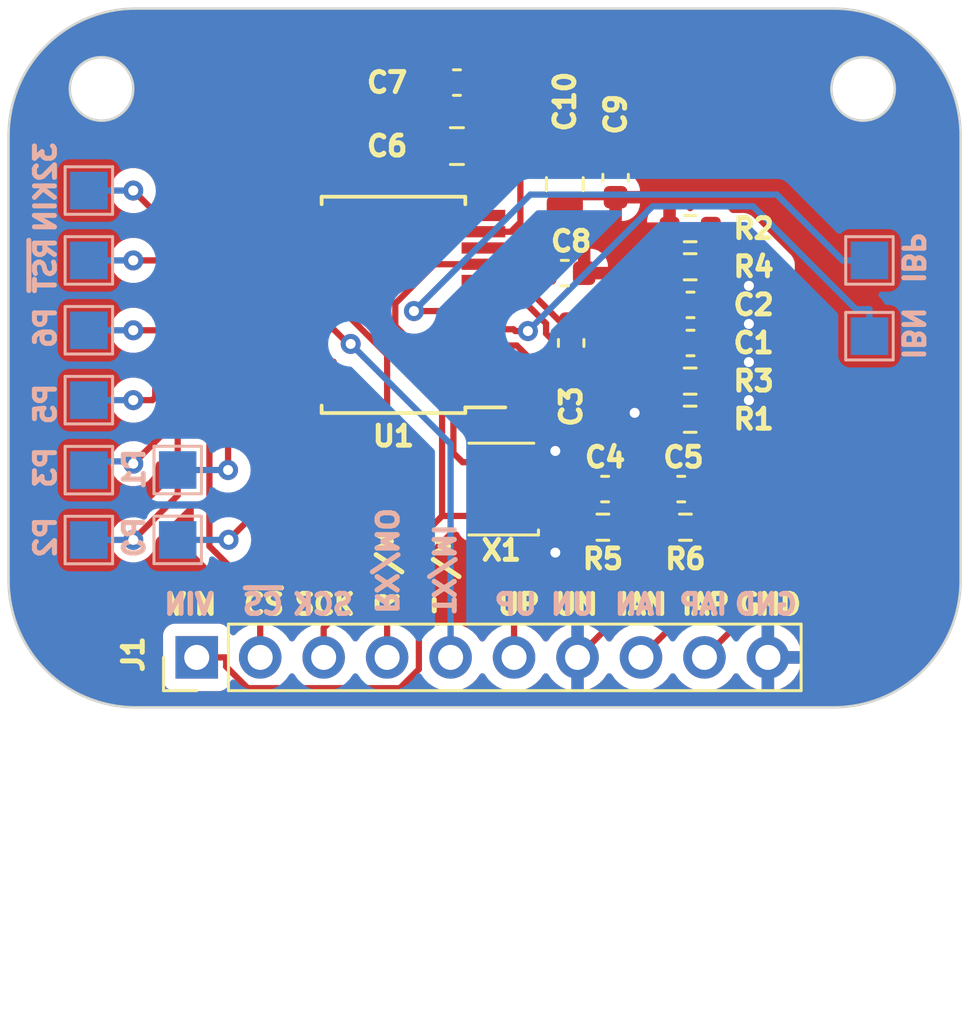
<source format=kicad_pcb>
(kicad_pcb (version 20221018) (generator pcbnew)
  (layers (0 "F.Cu" signal) (31 "B.Cu" signal) (34 "B.Paste" user) (35 "F.Paste" user) (36 "B.SilkS" user "B.Silkscreen") (37 "F.SilkS" user "F.Silkscreen") (38 "B.Mask" user) (39 "F.Mask" user) (44 "Edge.Cuts" user))
  (net 0 "")
  (net 1 "IAN")
  (net 3 "IAP")
  (net 4 "UP")
  (net 5 "UN")
  (net 6 "Net-(U1-VREF)")
  (net 7 "Net-(U1-DVCC)")
  (net 8 "IBP")
  (net 9 "IBN")
  (net 10 "P0")
  (net 11 "P1")
  (net 12 "P2")
  (net 13 "~{RST}")
  (net 14 "32KIN")
  (net 15 "P3")
  (net 16 "P5")
  (net 17 "P6")
  (net 18 "Net-(U1-CTI)")
  (net 20 "VIN")
  (net 21 "CS")
  (net 22 "SCK")
  (net 23 "RX{slash}MOSI")
  (net 24 "TX{slash}MISO")
  (net 25 "UP_IN")
  (net 26 "IAN_IN")
  (net 27 "IAP_IN")
  (net 28 "GND")
  (footprint "Capacitor_SMD:C_0603_1608Metric" (layer "F.Cu") (at 154.382 93.726)
    (fp_text reference "C1" (at 2.527 0) (layer "F.SilkS") (effects (font (size 0.8 0.8) (thickness 0.2))))
    (fp_text value "33n")
    (fp_line (start -0.14058 -0.51) (end 0.14058 -0.51) (stroke (width 0.12)) (layer "F.SilkS"))
    (fp_line (start -0.14058 0.51) (end 0.14058 0.51) (stroke (width 0.12)) (layer "F.SilkS"))
    (pad "1" smd roundrect (at -0.775 0) (size 0.9 0.95) (layers "F.Cu" "F.Paste" "F.Mask") (net 1 "IAN"))
    (pad "2" smd roundrect (at 0.775 0) (size 0.9 0.95) (layers "F.Cu" "F.Paste" "F.Mask") (net 28 "GND"))
  )
  (footprint "Resistor_SMD:R_0603_1608Metric" (layer "F.Cu") (at 154.369 96.774 180)
    (fp_text reference "R1" (at -2.54 0) (layer "F.SilkS") (effects (font (size 0.8 0.8) (thickness 0.2))))
    (fp_text value "2R2")
    (fp_line (start -0.237258 -0.5225) (end 0.237258 -0.5225) (stroke (width 0.12)) (layer "F.SilkS"))
    (fp_line (start -0.237258 0.5225) (end 0.237258 0.5225) (stroke (width 0.12)) (layer "F.SilkS"))
    (pad "1" smd roundrect (at -0.825 0 180) (size 0.8 0.95) (layers "F.Cu" "F.Paste" "F.Mask") (net 26 "IAN_IN"))
    (pad "2" smd roundrect (at 0.825 0 180) (size 0.8 0.95) (layers "F.Cu" "F.Paste" "F.Mask") (net 28 "GND"))
  )
  (footprint "Resistor_SMD:R_0603_1608Metric" (layer "F.Cu") (at 154.369 95.25 180)
    (fp_text reference "R3" (at -2.54 0) (layer "F.SilkS") (effects (font (size 0.8 0.8) (thickness 0.2))))
    (fp_text value "1k")
    (fp_line (start -0.237258 -0.5225) (end 0.237258 -0.5225) (stroke (width 0.12)) (layer "F.SilkS"))
    (fp_line (start -0.237258 0.5225) (end 0.237258 0.5225) (stroke (width 0.12)) (layer "F.SilkS"))
    (pad "1" smd roundrect (at -0.825 0 180) (size 0.8 0.95) (layers "F.Cu" "F.Paste" "F.Mask") (net 26 "IAN_IN"))
    (pad "2" smd roundrect (at 0.825 0 180) (size 0.8 0.95) (layers "F.Cu" "F.Paste" "F.Mask") (net 1 "IAN"))
  )
  (footprint "Oscillator:Oscillator_SMD_EuroQuartz_XO32-4Pin_3.2x2.5mm" (layer "F.Cu") (at 146.812 99.568 180)
    (fp_text reference "X1" (at 0 -2.45) (layer "F.SilkS") (effects (font (size 0.8 0.8) (thickness 0.2))))
    (fp_text value "XO32")
    (fp_line (start -1.485 -1.835) (end 1.3 -1.835) (stroke (width 0.12)) (layer "F.SilkS"))
    (fp_line (start -1.485 -1.635) (end -1.485 -1.835) (stroke (width 0.12)) (layer "F.SilkS"))
    (fp_line (start 1.3 1.835) (end -1.3 1.835) (stroke (width 0.12)) (layer "F.SilkS"))
    (pad "1" smd rect (at -0.775 -1.075 90) (size 1 0.9) (layers "F.Cu" "F.Paste" "F.Mask"))
    (pad "2" smd rect (at -0.775 1.075 90) (size 1 0.9) (layers "F.Cu" "F.Paste" "F.Mask") (net 28 "GND"))
    (pad "3" smd rect (at 0.775 1.075 90) (size 1 0.9) (layers "F.Cu" "F.Paste" "F.Mask") (net 18 "Net-(U1-CTI)"))
    (pad "4" smd rect (at 0.775 -1.075 90) (size 1 0.9) (layers "F.Cu" "F.Paste" "F.Mask") (net 20 "VIN"))
  )
  (footprint "Capacitor_SMD:C_0603_1608Metric" (layer "F.Cu") (at 149.606 93.726 90)
    (fp_text reference "C3" (at -2.54 0 90) (layer "F.SilkS") (effects (font (size 0.8 0.8) (thickness 0.2))))
    (fp_text value "100p")
    (fp_line (start -0.14058 -0.51) (end 0.14058 -0.51) (stroke (width 0.12)) (layer "F.SilkS"))
    (fp_line (start -0.14058 0.51) (end 0.14058 0.51) (stroke (width 0.12)) (layer "F.SilkS"))
    (pad "1" smd roundrect (at -0.775 0 90) (size 0.9 0.95) (layers "F.Cu" "F.Paste" "F.Mask") (net 1 "IAN"))
    (pad "2" smd roundrect (at 0.775 0 90) (size 0.9 0.95) (layers "F.Cu" "F.Paste" "F.Mask") (net 3 "IAP"))
  )
  (footprint "Capacitor_SMD:C_0805_2012Metric" (layer "F.Cu") (at 149.352 87.376 90)
    (fp_text reference "C10" (at 3.302 0 90) (layer "F.SilkS") (effects (font (size 0.8 0.8) (thickness 0.2))))
    (fp_text value "4.7u")
    (fp_line (start -0.261252 -0.735) (end 0.261252 -0.735) (stroke (width 0.12)) (layer "F.SilkS"))
    (fp_line (start -0.261252 0.735) (end 0.261252 0.735) (stroke (width 0.12)) (layer "F.SilkS"))
    (pad "1" smd roundrect (at -0.95 0 90) (size 1 1.45) (layers "F.Cu" "F.Paste" "F.Mask") (net 28 "GND"))
    (pad "2" smd roundrect (at 0.95 0 90) (size 1 1.45) (layers "F.Cu" "F.Paste" "F.Mask") (net 7 "Net-(U1-DVCC)"))
  )
  (footprint "Resistor_SMD:R_0603_1608Metric" (layer "F.Cu") (at 154.178 101.092 180)
    (fp_text reference "R6" (at 0 -1.27) (layer "F.SilkS") (effects (font (size 0.8 0.8) (thickness 0.2))))
    (fp_text value "1k")
    (fp_line (start -0.237258 -0.5225) (end 0.237258 -0.5225) (stroke (width 0.12)) (layer "F.SilkS"))
    (fp_line (start -0.237258 0.5225) (end 0.237258 0.5225) (stroke (width 0.12)) (layer "F.SilkS"))
    (pad "1" smd roundrect (at -0.825 0 180) (size 0.8 0.95) (layers "F.Cu" "F.Paste" "F.Mask") (net 28 "GND"))
    (pad "2" smd roundrect (at 0.825 0 180) (size 0.8 0.95) (layers "F.Cu" "F.Paste" "F.Mask") (net 5 "UN"))
  )
  (footprint "Connector_PinHeader_2.54mm:PinHeader_1x10_P2.54mm_Vertical" (layer "F.Cu") (at 134.62 106.299 90)
    (fp_text reference "J1" (at 0.127 -2.54 90) (layer "F.SilkS") (effects (font (size 0.8 0.8) (thickness 0.2))))
    (fp_text value "Conn_01x10")
    (fp_line (start -1.33 -1.33) (end 0 -1.33) (stroke (width 0.12)) (layer "F.SilkS"))
    (fp_line (start -1.33 0) (end -1.33 -1.33) (stroke (width 0.12)) (layer "F.SilkS"))
    (fp_line (start -1.33 1.27) (end -1.33 24.19) (stroke (width 0.12)) (layer "F.SilkS"))
    (fp_line (start -1.33 1.27) (end 1.33 1.27) (stroke (width 0.12)) (layer "F.SilkS"))
    (fp_line (start -1.33 24.19) (end 1.33 24.19) (stroke (width 0.12)) (layer "F.SilkS"))
    (fp_line (start 1.33 1.27) (end 1.33 24.19) (stroke (width 0.12)) (layer "F.SilkS"))
    (pad "1" thru_hole rect (at 0 0 90) (size 1.7 1.7) (drill 1) (layers "*.Cu" "*.Mask") (net 20 "VIN"))
    (pad "2" thru_hole oval (at 0 2.54 90) (size 1.7 1.7) (drill 1) (layers "*.Cu" "*.Mask") (net 21 "CS"))
    (pad "3" thru_hole oval (at 0 5.08 90) (size 1.7 1.7) (drill 1) (layers "*.Cu" "*.Mask") (net 22 "SCK"))
    (pad "4" thru_hole oval (at 0 7.62 90) (size 1.7 1.7) (drill 1) (layers "*.Cu" "*.Mask") (net 23 "RX{slash}MOSI"))
    (pad "5" thru_hole oval (at 0 10.16 90) (size 1.7 1.7) (drill 1) (layers "*.Cu" "*.Mask") (net 24 "TX{slash}MISO"))
    (pad "6" thru_hole oval (at 0 12.7 90) (size 1.7 1.7) (drill 1) (layers "*.Cu" "*.Mask") (net 25 "UP_IN"))
    (pad "7" thru_hole oval (at 0 15.24 90) (size 1.7 1.7) (drill 1) (layers "*.Cu" "*.Mask") (net 28 "GND"))
    (pad "8" thru_hole oval (at 0 17.78 90) (size 1.7 1.7) (drill 1) (layers "*.Cu" "*.Mask") (net 26 "IAN_IN"))
    (pad "9" thru_hole oval (at 0 20.32 90) (size 1.7 1.7) (drill 1) (layers "*.Cu" "*.Mask") (net 27 "IAP_IN"))
    (pad "10" thru_hole oval (at 0 22.86 90) (size 1.7 1.7) (drill 1) (layers "*.Cu" "*.Mask") (net 28 "GND"))
  )
  (footprint "Capacitor_SMD:C_0603_1608Metric" (layer "F.Cu") (at 145.034 83.312)
    (fp_text reference "C7" (at -2.794 0) (layer "F.SilkS") (effects (font (size 0.8 0.8) (thickness 0.2))))
    (fp_text value "100n")
    (fp_line (start -0.14058 -0.51) (end 0.14058 -0.51) (stroke (width 0.12)) (layer "F.SilkS"))
    (fp_line (start -0.14058 0.51) (end 0.14058 0.51) (stroke (width 0.12)) (layer "F.SilkS"))
    (pad "1" smd roundrect (at -0.775 0) (size 0.9 0.95) (layers "F.Cu" "F.Paste" "F.Mask") (net 28 "GND"))
    (pad "2" smd roundrect (at 0.775 0) (size 0.9 0.95) (layers "F.Cu" "F.Paste" "F.Mask") (net 6 "Net-(U1-VREF)"))
  )
  (footprint "Capacitor_SMD:C_0603_1608Metric" (layer "F.Cu") (at 150.964 99.568 180)
    (fp_text reference "C4" (at 0 1.27) (layer "F.SilkS") (effects (font (size 0.8 0.8) (thickness 0.2))))
    (fp_text value "33n")
    (fp_line (start -0.14058 -0.51) (end 0.14058 -0.51) (stroke (width 0.12)) (layer "F.SilkS"))
    (fp_line (start -0.14058 0.51) (end 0.14058 0.51) (stroke (width 0.12)) (layer "F.SilkS"))
    (pad "1" smd roundrect (at -0.775 0 180) (size 0.9 0.95) (layers "F.Cu" "F.Paste" "F.Mask") (net 4 "UP"))
    (pad "2" smd roundrect (at 0.775 0 180) (size 0.9 0.95) (layers "F.Cu" "F.Paste" "F.Mask") (net 28 "GND"))
  )
  (footprint "Resistor_SMD:R_0603_1608Metric" (layer "F.Cu") (at 154.369 90.678 180)
    (fp_text reference "R4" (at -2.54 0) (layer "F.SilkS") (effects (font (size 0.8 0.8) (thickness 0.2))))
    (fp_text value "1k")
    (fp_line (start -0.237258 -0.5225) (end 0.237258 -0.5225) (stroke (width 0.12)) (layer "F.SilkS"))
    (fp_line (start -0.237258 0.5225) (end 0.237258 0.5225) (stroke (width 0.12)) (layer "F.SilkS"))
    (pad "1" smd roundrect (at -0.825 0 180) (size 0.8 0.95) (layers "F.Cu" "F.Paste" "F.Mask") (net 27 "IAP_IN"))
    (pad "2" smd roundrect (at 0.825 0 180) (size 0.8 0.95) (layers "F.Cu" "F.Paste" "F.Mask") (net 3 "IAP"))
  )
  (footprint "Capacitor_SMD:C_0603_1608Metric" (layer "F.Cu") (at 149.352 90.932)
    (fp_text reference "C8" (at 0.254 -1.27) (layer "F.SilkS") (effects (font (size 0.8 0.8) (thickness 0.2))))
    (fp_text value "100n")
    (fp_line (start -0.14058 -0.51) (end 0.14058 -0.51) (stroke (width 0.12)) (layer "F.SilkS"))
    (fp_line (start -0.14058 0.51) (end 0.14058 0.51) (stroke (width 0.12)) (layer "F.SilkS"))
    (pad "1" smd roundrect (at -0.775 0) (size 0.9 0.95) (layers "F.Cu" "F.Paste" "F.Mask") (net 20 "VIN"))
    (pad "2" smd roundrect (at 0.775 0) (size 0.9 0.95) (layers "F.Cu" "F.Paste" "F.Mask") (net 28 "GND"))
  )
  (footprint "Capacitor_SMD:C_0603_1608Metric" (layer "F.Cu") (at 151.384 87.122 90)
    (fp_text reference "C9" (at 2.54 0 90) (layer "F.SilkS") (effects (font (size 0.8 0.8) (thickness 0.2))))
    (fp_text value "100n")
    (fp_line (start -0.14058 -0.51) (end 0.14058 -0.51) (stroke (width 0.12)) (layer "F.SilkS"))
    (fp_line (start -0.14058 0.51) (end 0.14058 0.51) (stroke (width 0.12)) (layer "F.SilkS"))
    (pad "1" smd roundrect (at -0.775 0 90) (size 0.9 0.95) (layers "F.Cu" "F.Paste" "F.Mask") (net 28 "GND"))
    (pad "2" smd roundrect (at 0.775 0 90) (size 0.9 0.95) (layers "F.Cu" "F.Paste" "F.Mask") (net 7 "Net-(U1-DVCC)"))
  )
  (footprint "Capacitor_SMD:C_0805_2012Metric" (layer "F.Cu") (at 145.034 85.852)
    (fp_text reference "C6" (at -2.794 0) (layer "F.SilkS") (effects (font (size 0.8 0.8) (thickness 0.2))))
    (fp_text value "4.7u")
    (fp_line (start -0.261252 -0.735) (end 0.261252 -0.735) (stroke (width 0.12)) (layer "F.SilkS"))
    (fp_line (start -0.261252 0.735) (end 0.261252 0.735) (stroke (width 0.12)) (layer "F.SilkS"))
    (pad "1" smd roundrect (at -0.95 0) (size 1 1.45) (layers "F.Cu" "F.Paste" "F.Mask") (net 28 "GND"))
    (pad "2" smd roundrect (at 0.95 0) (size 1 1.45) (layers "F.Cu" "F.Paste" "F.Mask") (net 6 "Net-(U1-VREF)"))
  )
  (footprint "Capacitor_SMD:C_0603_1608Metric" (layer "F.Cu") (at 154.382 92.202 180)
    (fp_text reference "C2" (at -2.527 0) (layer "F.SilkS") (effects (font (size 0.8 0.8) (thickness 0.2))))
    (fp_text value "33n")
    (fp_line (start -0.14058 -0.51) (end 0.14058 -0.51) (stroke (width 0.12)) (layer "F.SilkS"))
    (fp_line (start -0.14058 0.51) (end 0.14058 0.51) (stroke (width 0.12)) (layer "F.SilkS"))
    (pad "1" smd roundrect (at -0.775 0 180) (size 0.9 0.95) (layers "F.Cu" "F.Paste" "F.Mask") (net 28 "GND"))
    (pad "2" smd roundrect (at 0.775 0 180) (size 0.9 0.95) (layers "F.Cu" "F.Paste" "F.Mask") (net 3 "IAP"))
  )
  (footprint "Resistor_SMD:R_0603_1608Metric" (layer "F.Cu") (at 150.876 101.092)
    (fp_text reference "R5" (at 0 1.27) (layer "F.SilkS") (effects (font (size 0.8 0.8) (thickness 0.2))))
    (fp_text value "1k")
    (fp_line (start -0.237258 -0.5225) (end 0.237258 -0.5225) (stroke (width 0.12)) (layer "F.SilkS"))
    (fp_line (start -0.237258 0.5225) (end 0.237258 0.5225) (stroke (width 0.12)) (layer "F.SilkS"))
    (pad "1" smd roundrect (at -0.825 0) (size 0.8 0.95) (layers "F.Cu" "F.Paste" "F.Mask") (net 25 "UP_IN"))
    (pad "2" smd roundrect (at 0.825 0) (size 0.8 0.95) (layers "F.Cu" "F.Paste" "F.Mask") (net 4 "UP"))
  )
  (footprint "Resistor_SMD:R_0603_1608Metric" (layer "F.Cu") (at 154.369 89.154)
    (fp_text reference "R2" (at 2.54 0) (layer "F.SilkS") (effects (font (size 0.8 0.8) (thickness 0.2))))
    (fp_text value "2R2")
    (fp_line (start -0.237258 -0.5225) (end 0.237258 -0.5225) (stroke (width 0.12)) (layer "F.SilkS"))
    (fp_line (start -0.237258 0.5225) (end 0.237258 0.5225) (stroke (width 0.12)) (layer "F.SilkS"))
    (pad "1" smd roundrect (at -0.825 0) (size 0.8 0.95) (layers "F.Cu" "F.Paste" "F.Mask") (net 28 "GND"))
    (pad "2" smd roundrect (at 0.825 0) (size 0.8 0.95) (layers "F.Cu" "F.Paste" "F.Mask") (net 27 "IAP_IN"))
  )
  (footprint "Capacitor_SMD:C_0603_1608Metric" (layer "F.Cu") (at 154.012 99.568 180)
    (fp_text reference "C5" (at -0.088 1.27) (layer "F.SilkS") (effects (font (size 0.8 0.8) (thickness 0.2))))
    (fp_text value "33n")
    (fp_line (start -0.14058 -0.51) (end 0.14058 -0.51) (stroke (width 0.12)) (layer "F.SilkS"))
    (fp_line (start -0.14058 0.51) (end 0.14058 0.51) (stroke (width 0.12)) (layer "F.SilkS"))
    (pad "1" smd roundrect (at -0.775 0 180) (size 0.9 0.95) (layers "F.Cu" "F.Paste" "F.Mask") (net 28 "GND"))
    (pad "2" smd roundrect (at 0.775 0 180) (size 0.9 0.95) (layers "F.Cu" "F.Paste" "F.Mask") (net 5 "UN"))
  )
  (footprint "Package_SO:SSOP-24_5.3x8.2mm_P0.65mm" (layer "F.Cu") (at 142.494 92.202 180)
    (fp_text reference "U1" (at 0 -5.25) (layer "F.SilkS") (effects (font (size 0.8 0.8) (thickness 0.2))))
    (fp_text value "~")
    (fp_line (start -2.875 -4.325) (end -2.875 -4.1) (stroke (width 0.15)) (layer "F.SilkS"))
    (fp_line (start -2.875 -4.325) (end 2.875 -4.325) (stroke (width 0.15)) (layer "F.SilkS"))
    (fp_line (start -2.875 -4.1) (end -4.475 -4.1) (stroke (width 0.15)) (layer "F.SilkS"))
    (fp_line (start -2.875 4.325) (end -2.875 4.025) (stroke (width 0.15)) (layer "F.SilkS"))
    (fp_line (start -2.875 4.325) (end 2.875 4.325) (stroke (width 0.15)) (layer "F.SilkS"))
    (fp_line (start 2.875 -4.325) (end 2.875 -4.025) (stroke (width 0.15)) (layer "F.SilkS"))
    (fp_line (start 2.875 4.325) (end 2.875 4.025) (stroke (width 0.15)) (layer "F.SilkS"))
    (pad "1" smd rect (at -3.6 -3.575 180) (size 1.75 0.45) (layers "F.Cu" "F.Paste" "F.Mask") (net 18 "Net-(U1-CTI)"))
    (pad "2" smd rect (at -3.6 -2.925 180) (size 1.75 0.45) (layers "F.Cu" "F.Paste" "F.Mask"))
    (pad "3" smd rect (at -3.6 -2.275 180) (size 1.75 0.45) (layers "F.Cu" "F.Paste" "F.Mask") (net 4 "UP"))
    (pad "4" smd rect (at -3.6 -1.625 180) (size 1.75 0.45) (layers "F.Cu" "F.Paste" "F.Mask") (net 5 "UN"))
    (pad "5" smd rect (at -3.6 -0.975 180) (size 1.75 0.45) (layers "F.Cu" "F.Paste" "F.Mask") (net 9 "IBN"))
    (pad "6" smd rect (at -3.6 -0.325 180) (size 1.75 0.45) (layers "F.Cu" "F.Paste" "F.Mask") (net 8 "IBP"))
    (pad "7" smd rect (at -3.6 0.325 180) (size 1.75 0.45) (layers "F.Cu" "F.Paste" "F.Mask") (net 1 "IAN"))
    (pad "8" smd rect (at -3.6 0.975 180) (size 1.75 0.45) (layers "F.Cu" "F.Paste" "F.Mask") (net 3 "IAP"))
    (pad "9" smd rect (at -3.6 1.625 180) (size 1.75 0.45) (layers "F.Cu" "F.Paste" "F.Mask") (net 20 "VIN"))
    (pad "10" smd rect (at -3.6 2.275 180) (size 1.75 0.45) (layers "F.Cu" "F.Paste" "F.Mask") (net 28 "GND"))
    (pad "11" smd rect (at -3.6 2.925 180) (size 1.75 0.45) (layers "F.Cu" "F.Paste" "F.Mask") (net 7 "Net-(U1-DVCC)"))
    (pad "12" smd rect (at -3.6 3.575 180) (size 1.75 0.45) (layers "F.Cu" "F.Paste" "F.Mask") (net 6 "Net-(U1-VREF)"))
    (pad "13" smd rect (at 3.6 3.575 180) (size 1.75 0.45) (layers "F.Cu" "F.Paste" "F.Mask") (net 14 "32KIN"))
    (pad "14" smd rect (at 3.6 2.925 180) (size 1.75 0.45) (layers "F.Cu" "F.Paste" "F.Mask") (net 13 "~{RST}"))
    (pad "15" smd rect (at 3.6 2.275 180) (size 1.75 0.45) (layers "F.Cu" "F.Paste" "F.Mask") (net 17 "P6"))
    (pad "16" smd rect (at 3.6 1.625 180) (size 1.75 0.45) (layers "F.Cu" "F.Paste" "F.Mask") (net 16 "P5"))
    (pad "17" smd rect (at 3.6 0.975 180) (size 1.75 0.45) (layers "F.Cu" "F.Paste" "F.Mask") (net 15 "P3"))
    (pad "18" smd rect (at 3.6 0.325 180) (size 1.75 0.45) (layers "F.Cu" "F.Paste" "F.Mask") (net 12 "P2"))
    (pad "19" smd rect (at 3.6 -0.325 180) (size 1.75 0.45) (layers "F.Cu" "F.Paste" "F.Mask") (net 23 "RX{slash}MOSI"))
    (pad "20" smd rect (at 3.6 -0.975 180) (size 1.75 0.45) (layers "F.Cu" "F.Paste" "F.Mask") (net 24 "TX{slash}MISO"))
    (pad "21" smd rect (at 3.6 -1.625 180) (size 1.75 0.45) (layers "F.Cu" "F.Paste" "F.Mask") (net 21 "CS"))
    (pad "22" smd rect (at 3.6 -2.275 180) (size 1.75 0.45) (layers "F.Cu" "F.Paste" "F.Mask") (net 22 "SCK"))
    (pad "23" smd rect (at 3.6 -2.925 180) (size 1.75 0.45) (layers "F.Cu" "F.Paste" "F.Mask") (net 11 "P1"))
    (pad "24" smd rect (at 3.6 -3.575 180) (size 1.75 0.45) (layers "F.Cu" "F.Paste" "F.Mask") (net 10 "P0"))
  )
  (footprint "TestPoint:TestPoint_Pad_1.5x1.5mm" (layer "B.Cu") (at 161.544 90.424 90)
    (fp_text reference "TP1" hide)
    (fp_text value "TestPoint")
    (fp_line (start -0.95 -0.95) (end -0.95 0.95) (stroke (width 0.12)) (layer "B.SilkS"))
    (fp_line (start -0.95 0.95) (end 0.95 0.95) (stroke (width 0.12)) (layer "B.SilkS"))
    (fp_line (start 0.95 -0.95) (end -0.95 -0.95) (stroke (width 0.12)) (layer "B.SilkS"))
    (fp_line (start 0.95 0.95) (end 0.95 -0.95) (stroke (width 0.12)) (layer "B.SilkS"))
    (pad "1" smd rect (at 0 0 90) (size 1.5 1.5) (layers "B.Cu" "B.Mask") (net 8 "IBP"))
  )
  (footprint "TestPoint:TestPoint_Pad_1.5x1.5mm" (layer "B.Cu") (at 133.858 98.806 -90)
    (fp_text reference "TP4" hide)
    (fp_text value "TestPoint")
    (fp_line (start -0.95 -0.95) (end -0.95 0.95) (stroke (width 0.12)) (layer "B.SilkS"))
    (fp_line (start -0.95 0.95) (end 0.95 0.95) (stroke (width 0.12)) (layer "B.SilkS"))
    (fp_line (start 0.95 -0.95) (end -0.95 -0.95) (stroke (width 0.12)) (layer "B.SilkS"))
    (fp_line (start 0.95 0.95) (end 0.95 -0.95) (stroke (width 0.12)) (layer "B.SilkS"))
    (pad "1" smd rect (at 0 0 270) (size 1.5 1.5) (layers "B.Cu" "B.Mask") (net 11 "P1"))
  )
  (footprint "TestPoint:TestPoint_Pad_1.5x1.5mm" (layer "B.Cu") (at 130.302 98.812 -90)
    (fp_text reference "TP6" hide)
    (fp_text value "TestPoint")
    (fp_line (start -0.95 -0.95) (end -0.95 0.95) (stroke (width 0.12)) (layer "B.SilkS"))
    (fp_line (start -0.95 0.95) (end 0.95 0.95) (stroke (width 0.12)) (layer "B.SilkS"))
    (fp_line (start 0.95 -0.95) (end -0.95 -0.95) (stroke (width 0.12)) (layer "B.SilkS"))
    (fp_line (start 0.95 0.95) (end 0.95 -0.95) (stroke (width 0.12)) (layer "B.SilkS"))
    (pad "1" smd rect (at 0 0 270) (size 1.5 1.5) (layers "B.Cu" "B.Mask") (net 15 "P3"))
  )
  (footprint "TestPoint:TestPoint_Pad_1.5x1.5mm" (layer "B.Cu") (at 130.302 101.606 -90)
    (fp_text reference "TP5" hide)
    (fp_text value "TestPoint")
    (fp_line (start -0.95 -0.95) (end -0.95 0.95) (stroke (width 0.12)) (layer "B.SilkS"))
    (fp_line (start -0.95 0.95) (end 0.95 0.95) (stroke (width 0.12)) (layer "B.SilkS"))
    (fp_line (start 0.95 -0.95) (end -0.95 -0.95) (stroke (width 0.12)) (layer "B.SilkS"))
    (fp_line (start 0.95 0.95) (end 0.95 -0.95) (stroke (width 0.12)) (layer "B.SilkS"))
    (pad "1" smd rect (at 0 0 270) (size 1.5 1.5) (layers "B.Cu" "B.Mask") (net 12 "P2"))
  )
  (footprint "TestPoint:TestPoint_Pad_1.5x1.5mm" (layer "B.Cu") (at 130.302 90.424 -90)
    (fp_text reference "TP9" hide)
    (fp_text value "TestPoint")
    (fp_line (start -0.95 -0.95) (end -0.95 0.95) (stroke (width 0.12)) (layer "B.SilkS"))
    (fp_line (start -0.95 0.95) (end 0.95 0.95) (stroke (width 0.12)) (layer "B.SilkS"))
    (fp_line (start 0.95 -0.95) (end -0.95 -0.95) (stroke (width 0.12)) (layer "B.SilkS"))
    (fp_line (start 0.95 0.95) (end 0.95 -0.95) (stroke (width 0.12)) (layer "B.SilkS"))
    (pad "1" smd rect (at 0 0 270) (size 1.5 1.5) (layers "B.Cu" "B.Mask") (net 13 "~{RST}"))
  )
  (footprint "TestPoint:TestPoint_Pad_1.5x1.5mm" (layer "B.Cu") (at 133.858 101.6 -90)
    (fp_text reference "TP3" hide)
    (fp_text value "TestPoint")
    (fp_line (start -0.95 -0.95) (end -0.95 0.95) (stroke (width 0.12)) (layer "B.SilkS"))
    (fp_line (start -0.95 0.95) (end 0.95 0.95) (stroke (width 0.12)) (layer "B.SilkS"))
    (fp_line (start 0.95 -0.95) (end -0.95 -0.95) (stroke (width 0.12)) (layer "B.SilkS"))
    (fp_line (start 0.95 0.95) (end 0.95 -0.95) (stroke (width 0.12)) (layer "B.SilkS"))
    (pad "1" smd rect (at 0 0 270) (size 1.5 1.5) (layers "B.Cu" "B.Mask") (net 10 "P0"))
  )
  (footprint "TestPoint:TestPoint_Pad_1.5x1.5mm" (layer "B.Cu") (at 130.302 96.012 -90)
    (fp_text reference "TP7" hide)
    (fp_text value "TestPoint")
    (fp_line (start -0.95 -0.95) (end -0.95 0.95) (stroke (width 0.12)) (layer "B.SilkS"))
    (fp_line (start -0.95 0.95) (end 0.95 0.95) (stroke (width 0.12)) (layer "B.SilkS"))
    (fp_line (start 0.95 -0.95) (end -0.95 -0.95) (stroke (width 0.12)) (layer "B.SilkS"))
    (fp_line (start 0.95 0.95) (end 0.95 -0.95) (stroke (width 0.12)) (layer "B.SilkS"))
    (pad "1" smd rect (at 0 0 270) (size 1.5 1.5) (layers "B.Cu" "B.Mask") (net 16 "P5"))
  )
  (footprint "TestPoint:TestPoint_Pad_1.5x1.5mm" (layer "B.Cu") (at 130.302 93.218 -90)
    (fp_text reference "TP8" hide)
    (fp_text value "TestPoint")
    (fp_line (start -0.95 -0.95) (end -0.95 0.95) (stroke (width 0.12)) (layer "B.SilkS"))
    (fp_line (start -0.95 0.95) (end 0.95 0.95) (stroke (width 0.12)) (layer "B.SilkS"))
    (fp_line (start 0.95 -0.95) (end -0.95 -0.95) (stroke (width 0.12)) (layer "B.SilkS"))
    (fp_line (start 0.95 0.95) (end 0.95 -0.95) (stroke (width 0.12)) (layer "B.SilkS"))
    (pad "1" smd rect (at 0 0 270) (size 1.5 1.5) (layers "B.Cu" "B.Mask") (net 17 "P6"))
  )
  (footprint "TestPoint:TestPoint_Pad_1.5x1.5mm" (layer "B.Cu") (at 130.302 87.63 90)
    (fp_text reference "TP10" hide)
    (fp_text value "TestPoint")
    (fp_line (start -0.95 -0.95) (end -0.95 0.95) (stroke (width 0.12)) (layer "B.SilkS"))
    (fp_line (start -0.95 0.95) (end 0.95 0.95) (stroke (width 0.12)) (layer "B.SilkS"))
    (fp_line (start 0.95 -0.95) (end -0.95 -0.95) (stroke (width 0.12)) (layer "B.SilkS"))
    (fp_line (start 0.95 0.95) (end 0.95 -0.95) (stroke (width 0.12)) (layer "B.SilkS"))
    (pad "1" smd rect (at 0 0 90) (size 1.5 1.5) (layers "B.Cu" "B.Mask") (net 14 "32KIN"))
  )
  (footprint "TestPoint:TestPoint_Pad_1.5x1.5mm" (layer "B.Cu") (at 161.544 93.454 90)
    (fp_text reference "TP2" hide)
    (fp_text value "TestPoint")
    (fp_line (start -0.95 -0.95) (end -0.95 0.95) (stroke (width 0.12)) (layer "B.SilkS"))
    (fp_line (start -0.95 0.95) (end 0.95 0.95) (stroke (width 0.12)) (layer "B.SilkS"))
    (fp_line (start 0.95 -0.95) (end -0.95 -0.95) (stroke (width 0.12)) (layer "B.SilkS"))
    (fp_line (start 0.95 0.95) (end 0.95 -0.95) (stroke (width 0.12)) (layer "B.SilkS"))
    (pad "1" smd rect (at 0 0 90) (size 1.5 1.5) (layers "B.Cu" "B.Mask") (net 9 "IBN"))
  )
  (gr_circle (center 130.81 83.566) (end 131.572 84.582) (stroke (width 0.1)) (fill none) (layer "Edge.Cuts"))
  (gr_line (start 132.170898 80.354898) (end 160.110898 80.354898) (stroke (width 0.1)) (layer "Edge.Cuts"))
  (gr_arc (start 132.170898 108.294898) (mid 128.578796 106.807) (end 127.090898 103.214898) (stroke (width 0.1)) (layer "Edge.Cuts"))
  (gr_arc (start 165.190898 103.214898) (mid 163.703 106.807) (end 160.110898 108.294898) (stroke (width 0.1)) (layer "Edge.Cuts"))
  (gr_circle (center 161.29 83.566) (end 162.052 84.582) (stroke (width 0.1)) (fill none) (layer "Edge.Cuts"))
  (gr_line (start 132.170898 108.294898) (end 160.110898 108.294898) (stroke (width 0.1)) (layer "Edge.Cuts"))
  (gr_line (start 165.190898 85.434898) (end 165.190898 103.214898) (stroke (width 0.1)) (layer "Edge.Cuts"))
  (gr_line (start 127.090898 85.434898) (end 127.090898 103.214898) (stroke (width 0.1)) (layer "Edge.Cuts"))
  (gr_arc (start 160.110898 80.354898) (mid 163.703 81.842796) (end 165.190898 85.434898) (stroke (width 0.1)) (layer "Edge.Cuts"))
  (gr_arc (start 127.090898 85.434898) (mid 128.578796 81.842796) (end 132.170898 80.354898) (stroke (width 0.1)) (layer "Edge.Cuts"))
  (gr_text "GND" (at 158.75 104.648) (layer "B.SilkS") (effects (font (size 0.8 0.8) (thickness 0.2) bold) (justify left bottom mirror)))
  (gr_text "P6" (at 129.032 92.202 90) (layer "B.SilkS") (effects (font (size 0.8 0.8) (thickness 0.2) bold) (justify left bottom mirror)))
  (gr_text "IAN" (at 153.416 104.648) (layer "B.SilkS") (effects (font (size 0.8 0.8) (thickness 0.2) bold) (justify left bottom mirror)))
  (gr_text "IBP" (at 162.814 91.44 -90) (layer "B.SilkS") (effects (font (size 0.8 0.8) (thickness 0.2) bold) (justify left bottom mirror)))
  (gr_text "~{CS}" (at 138.176 104.648) (layer "B.SilkS") (effects (font (size 0.8 0.8) (thickness 0.2) bold) (justify left bottom mirror)))
  (gr_text "IBN" (at 162.814 94.488 -90) (layer "B.SilkS") (effects (font (size 0.8 0.8) (thickness 0.2) bold) (justify left bottom mirror)))
  (gr_text "SCK" (at 140.97 104.648) (layer "B.SilkS") (effects (font (size 0.8 0.8) (thickness 0.2) bold) (justify left bottom mirror)))
  (gr_text "RX/MO" (at 141.732 104.648 -90) (layer "B.SilkS") (effects (font (size 0.8 0.8) (thickness 0.2) bold) (justify left bottom mirror)))
  (gr_text "VIN" (at 135.382 104.648) (layer "B.SilkS") (effects (font (size 0.8 0.8) (thickness 0.2) bold) (justify left bottom mirror)))
  (gr_text "P1" (at 132.588 97.856 90) (layer "B.SilkS") (effects (font (size 0.8 0.8) (thickness 0.2) bold) (justify left bottom mirror)))
  (gr_text "TX/MI" (at 144.018 104.648 -90) (layer "B.SilkS") (effects (font (size 0.8 0.8) (thickness 0.2) bold) (justify left bottom mirror)))
  (gr_text "32KIN" (at 129.032 85.598 90) (layer "B.SilkS") (effects (font (size 0.8 0.8) (thickness 0.2) bold) (justify left bottom mirror)))
  (gr_text "IAP" (at 155.956 104.648) (layer "B.SilkS") (effects (font (size 0.8 0.8) (thickness 0.2) bold) (justify left bottom mirror)))
  (gr_text "P0" (at 132.588 100.584 90) (layer "B.SilkS") (effects (font (size 0.8 0.8) (thickness 0.2) bold) (justify left bottom mirror)))
  (gr_text "P2" (at 129.032 100.584 90) (layer "B.SilkS") (effects (font (size 0.8 0.8) (thickness 0.2) bold) (justify left bottom mirror)))
  (gr_text "~{RST}" (at 129.032 89.408 90) (layer "B.SilkS") (effects (font (size 0.8 0.8) (thickness 0.2) bold) (justify left bottom mirror)))
  (gr_text "P5" (at 129.032 95.25 90) (layer "B.SilkS") (effects (font (size 0.8 0.8) (thickness 0.2) bold) (justify left bottom mirror)))
  (gr_text "UN" (at 150.622 104.648) (layer "B.SilkS") (effects (font (size 0.8 0.8) (thickness 0.2) bold) (justify left bottom mirror)))
  (gr_text "UP" (at 148.336 104.648) (layer "B.SilkS") (effects (font (size 0.8 0.8) (thickness 0.2) bold) (justify left bottom mirror)))
  (gr_text "P3" (at 129.032 97.79 90) (layer "B.SilkS") (effects (font (size 0.8 0.8) (thickness 0.2) bold) (justify left bottom mirror)))
  (gr_text "~{CS}" (at 136.398 104.648) (layer "F.SilkS") (effects (font (size 0.8 0.8) (thickness 0.2) bold) (justify left bottom)))
  (gr_text "IAN" (at 151.384 104.648) (layer "F.SilkS") (effects (font (size 0.8 0.8) (thickness 0.2) bold) (justify left bottom)))
  (gr_text "TX/MI" (at 145.034 104.648 90) (layer "F.SilkS") (effects (font (size 0.8 0.8) (thickness 0.2) bold) (justify left bottom)))
  (gr_text "SCK" (at 138.43 104.648) (layer "F.SilkS") (effects (font (size 0.8 0.8) (thickness 0.2) bold) (justify left bottom)))
  (gr_text "UN" (at 148.844 104.648) (layer "F.SilkS") (effects (font (size 0.8 0.8) (thickness 0.2) bold) (justify left bottom)))
  (gr_text "UP" (at 146.558 104.648) (layer "F.SilkS") (effects (font (size 0.8 0.8) (thickness 0.2) bold) (justify left bottom)))
  (gr_text "RX/MO" (at 142.748 104.648 90) (layer "F.SilkS") (effects (font (size 0.8 0.8) (thickness 0.2) bold) (justify left bottom)))
  (gr_text "VIN" (at 133.35 104.648) (layer "F.SilkS") (effects (font (size 0.8 0.8) (thickness 0.2) bold) (justify left bottom)))
  (gr_text "GND" (at 156.21 104.648) (layer "F.SilkS") (effects (font (size 0.8 0.8) (thickness 0.2) bold) (justify left bottom)))
  (gr_text "IAP" (at 153.924 104.648) (layer "F.SilkS") (effects (font (size 0.8 0.8) (thickness 0.2) bold) (justify left bottom)))
  (segment (start 149.606 94.3533) (end 149.606 94.501) (width 0.25) (layer "F.Cu") (net 1))
  (segment (start 147.531 91.877) (end 148.601 92.9474) (width 0.25) (layer "F.Cu") (net 1))
  (segment (start 153.544 95.25) (end 150.355 95.25) (width 0.25) (layer "F.Cu") (net 1))
  (segment (start 148.601 92.9474) (end 148.601 93.3486) (width 0.25) (layer "F.Cu") (net 1))
  (segment (start 149.606 94.3533) (end 152.98 94.3533) (width 0.25) (layer "F.Cu") (net 1))
  (segment (start 150.355 95.25) (end 149.606 94.501) (width 0.25) (layer "F.Cu") (net 1))
  (segment (start 148.601 93.3486) (end 149.606 94.3533) (width 0.25) (layer "F.Cu") (net 1))
  (segment (start 152.98 94.3533) (end 153.607 93.726) (width 0.25) (layer "F.Cu") (net 1))
  (segment (start 146.094 91.877) (end 147.531 91.877) (width 0.25) (layer "F.Cu") (net 1))
  (segment (start 149.244 92.951) (end 147.52 91.227) (width 0.25) (layer "F.Cu") (net 3))
  (segment (start 150.355 92.202) (end 149.606 92.951) (width 0.25) (layer "F.Cu") (net 3))
  (segment (start 153.544 90.678) (end 153.607 90.741) (width 0.25) (layer "F.Cu") (net 3))
  (segment (start 147.52 91.227) (end 146.094 91.227) (width 0.25) (layer "F.Cu") (net 3))
  (segment (start 153.607 92.202) (end 150.355 92.202) (width 0.25) (layer "F.Cu") (net 3))
  (segment (start 149.606 92.951) (end 149.244 92.951) (width 0.25) (layer "F.Cu") (net 3))
  (segment (start 153.607 90.741) (end 153.607 92.202) (width 0.25) (layer "F.Cu") (net 3))
  (segment (start 147.296 94.477) (end 150.189 97.3701) (width 0.25) (layer "F.Cu") (net 4))
  (segment (start 151.739 99.568) (end 151.739 101.054) (width 0.25) (layer "F.Cu") (net 4))
  (segment (start 146.094 94.477) (end 147.296 94.477) (width 0.25) (layer "F.Cu") (net 4))
  (segment (start 150.189 97.3701) (end 151.739 98.9201) (width 0.25) (layer "F.Cu") (net 4))
  (segment (start 151.739 101.054) (end 151.701 101.092) (width 0.25) (layer "F.Cu") (net 4))
  (segment (start 151.739 98.9201) (end 151.739 99.568) (width 0.25) (layer "F.Cu") (net 4))
  (segment (start 149.632 95.276) (end 153.237 98.881) (width 0.25) (layer "F.Cu") (net 5))
  (segment (start 146.094 93.827) (end 147.428 93.827) (width 0.25) (layer "F.Cu") (net 5))
  (segment (start 153.237 99.568) (end 153.237 100.976) (width 0.25) (layer "F.Cu") (net 5))
  (segment (start 148.877 95.276) (end 149.632 95.276) (width 0.25) (layer "F.Cu") (net 5))
  (segment (start 153.237 100.976) (end 153.353 101.092) (width 0.25) (layer "F.Cu") (net 5))
  (segment (start 153.237 98.881) (end 153.237 99.568) (width 0.25) (layer "F.Cu") (net 5))
  (segment (start 147.428 93.827) (end 148.877 95.276) (width 0.25) (layer "F.Cu") (net 5))
  (segment (start 145.984 85.852) (end 145.809 85.677) (width 0.25) (layer "F.Cu") (net 6))
  (segment (start 146.094 88.627) (end 144.892 88.627) (width 0.25) (layer "F.Cu") (net 6))
  (segment (start 144.892 86.9439) (end 145.984 85.852) (width 0.25) (layer "F.Cu") (net 6))
  (segment (start 145.809 85.677) (end 145.809 83.312) (width 0.25) (layer "F.Cu") (net 6))
  (segment (start 144.892 88.627) (end 144.892 86.9439) (width 0.25) (layer "F.Cu") (net 6))
  (segment (start 147.194 89.277) (end 147.574 88.897) (width 0.25) (layer "F.Cu") (net 7))
  (segment (start 151.305 86.426) (end 151.384 86.347) (width 0.25) (layer "F.Cu") (net 7))
  (segment (start 149.352 86.426) (end 151.305 86.426) (width 0.25) (layer "F.Cu") (net 7))
  (segment (start 147.574 88.897) (end 147.574 86.36) (width 0.25) (layer "F.Cu") (net 7))
  (segment (start 146.094 89.277) (end 147.194 89.277) (width 0.25) (layer "F.Cu") (net 7))
  (segment (start 149.286 86.36) (end 149.352 86.426) (width 0.25) (layer "F.Cu") (net 7))
  (segment (start 147.574 86.36) (end 149.286 86.36) (width 0.25) (layer "F.Cu") (net 7))
  (segment (start 144.814 92.4491) (end 143.313 92.4491) (width 0.25) (layer "F.Cu") (net 8))
  (segment (start 146.094 92.527) (end 144.892 92.527) (width 0.25) (layer "F.Cu") (net 8))
  (segment (start 144.892 92.527) (end 144.814 92.4491) (width 0.25) (layer "F.Cu") (net 8))
  (via (at 143.313 92.4491) (size 0.8) (drill 0.4) (layers "F.Cu" "B.Cu") (net 8))
  (segment (start 161.544 90.424) (end 160.467 90.424) (width 0.25) (layer "B.Cu") (net 8))
  (segment (start 157.835 87.7917) (end 147.97 87.7917) (width 0.25) (layer "B.Cu") (net 8))
  (segment (start 160.467 90.424) (end 157.835 87.7917) (width 0.25) (layer "B.Cu") (net 8))
  (segment (start 147.97 87.7917) (end 143.313 92.4491) (width 0.25) (layer "B.Cu") (net 8))
  (segment (start 147.296 93.177) (end 147.367 93.2485) (width 0.25) (layer "F.Cu") (net 9))
  (segment (start 147.367 93.2485) (end 147.874 93.2485) (width 0.25) (layer "F.Cu") (net 9))
  (segment (start 146.094 93.177) (end 147.296 93.177) (width 0.25) (layer "F.Cu") (net 9))
  (via (at 147.874 93.2485) (size 0.8) (drill 0.4) (layers "F.Cu" "B.Cu") (net 9))
  (segment (start 156.886 88.2619) (end 161.002 92.3771) (width 0.25) (layer "B.Cu") (net 9))
  (segment (start 147.874 93.2485) (end 152.861 88.2619) (width 0.25) (layer "B.Cu") (net 9))
  (segment (start 161.544 92.3771) (end 161.544 93.454) (width 0.25) (layer "B.Cu") (net 9))
  (segment (start 152.861 88.2619) (end 156.886 88.2619) (width 0.25) (layer "B.Cu") (net 9))
  (segment (start 161.002 92.3771) (end 161.544 92.3771) (width 0.25) (layer "B.Cu") (net 9))
  (segment (start 135.894299 101.595701) (end 136.906 100.584) (width 0.25) (layer "F.Cu") (net 10))
  (segment (start 136.906 100.584) (end 136.906 95.777) (width 0.25) (layer "F.Cu") (net 10))
  (segment (start 136.906 95.777) (end 138.894 95.777) (width 0.25) (layer "F.Cu") (net 10))
  (via (at 135.894299 101.595701) (size 0.8) (drill 0.4) (layers "F.Cu" "B.Cu") (net 10))
  (segment (start 135.89 101.6) (end 133.858 101.6) (width 0.25) (layer "B.Cu") (net 10))
  (segment (start 135.894299 101.595701) (end 135.89 101.6) (width 0.25) (layer "B.Cu") (net 10))
  (segment (start 136.302 95.127) (end 138.894 95.127) (width 0.25) (layer "F.Cu") (net 11))
  (segment (start 135.874 98.806) (end 135.874 95.5555) (width 0.25) (layer "F.Cu") (net 11))
  (segment (start 135.874 95.5555) (end 136.302 95.127) (width 0.25) (layer "F.Cu") (net 11))
  (via (at 135.874 98.806) (size 0.8) (drill 0.4) (layers "F.Cu" "B.Cu") (net 11))
  (segment (start 135.874 98.806) (end 133.858 98.806) (width 0.25) (layer "B.Cu") (net 11))
  (segment (start 137.825 91.877) (end 138.894 91.877) (width 0.25) (layer "F.Cu") (net 12))
  (segment (start 133.858 99.822) (end 133.858 95.8441) (width 0.25) (layer "F.Cu") (net 12))
  (segment (start 133.858 95.8441) (end 137.825 91.877) (width 0.25) (layer "F.Cu") (net 12))
  (segment (start 132.08 101.6) (end 133.858 99.822) (width 0.25) (layer "F.Cu") (net 12))
  (via (at 132.08 101.6) (size 0.8) (drill 0.4) (layers "F.Cu" "B.Cu") (net 12))
  (segment (start 132.08 101.6) (end 130.308 101.6) (width 0.25) (layer "B.Cu") (net 12))
  (segment (start 130.308 101.6) (end 130.302 101.606) (width 0.25) (layer "B.Cu") (net 12))
  (segment (start 136.733 90.424) (end 137.88 89.277) (width 0.25) (layer "F.Cu") (net 13))
  (segment (start 137.88 89.277) (end 138.894 89.277) (width 0.25) (layer "F.Cu") (net 13))
  (segment (start 132.08 90.424) (end 136.733 90.424) (width 0.25) (layer "F.Cu") (net 13))
  (via (at 132.08 90.424) (size 0.8) (drill 0.4) (layers "F.Cu" "B.Cu") (net 13))
  (segment (start 132.08 90.424) (end 130.302 90.424) (width 0.25) (layer "B.Cu") (net 13))
  (segment (start 137.643 88.676) (end 137.692 88.627) (width 0.25) (layer "F.Cu") (net 14))
  (segment (start 133.126 88.676) (end 137.643 88.676) (width 0.25) (layer "F.Cu") (net 14))
  (segment (start 137.692 88.627) (end 138.894 88.627) (width 0.25) (layer "F.Cu") (net 14))
  (segment (start 132.08 87.63) (end 133.126 88.676) (width 0.25) (layer "F.Cu") (net 14))
  (via (at 132.08 87.63) (size 0.8) (drill 0.4) (layers "F.Cu" "B.Cu") (net 14))
  (segment (start 132.08 87.63) (end 130.302 87.63) (width 0.25) (layer "B.Cu") (net 14))
  (segment (start 137.839 91.227) (end 138.894 91.227) (width 0.25) (layer "F.Cu") (net 15))
  (segment (start 133.408 97.224) (end 133.408 95.6577) (width 0.25) (layer "F.Cu") (net 15))
  (segment (start 132.08 98.552) (end 133.408 97.224) (width 0.25) (layer "F.Cu") (net 15))
  (segment (start 133.408 95.6577) (end 137.839 91.227) (width 0.25) (layer "F.Cu") (net 15))
  (via (at 132.08 98.552) (size 0.8) (drill 0.4) (layers "F.Cu" "B.Cu") (net 15))
  (segment (start 132.08 98.552) (end 131.987 98.459) (width 0.25) (layer "B.Cu") (net 15))
  (segment (start 131.987 98.459) (end 130.655 98.459) (width 0.25) (layer "B.Cu") (net 15))
  (segment (start 130.655 98.459) (end 130.302 98.812) (width 0.25) (layer "B.Cu") (net 15))
  (segment (start 132.958 95.4713) (end 137.852 90.577) (width 0.25) (layer "F.Cu") (net 16))
  (segment (start 132.842 96.012) (end 132.958 95.896) (width 0.25) (layer "F.Cu") (net 16))
  (segment (start 132.08 96.012) (end 132.842 96.012) (width 0.25) (layer "F.Cu") (net 16))
  (segment (start 137.852 90.577) (end 138.894 90.577) (width 0.25) (layer "F.Cu") (net 16))
  (segment (start 132.958 95.896) (end 132.958 95.4713) (width 0.25) (layer "F.Cu") (net 16))
  (via (at 132.08 96.012) (size 0.8) (drill 0.4) (layers "F.Cu" "B.Cu") (net 16))
  (segment (start 132.08 96.012) (end 130.302 96.012) (width 0.25) (layer "B.Cu") (net 16))
  (segment (start 132.08 93.218) (end 134.575 93.218) (width 0.25) (layer "F.Cu") (net 17))
  (segment (start 134.575 93.218) (end 137.866 89.927) (width 0.25) (layer "F.Cu") (net 17))
  (segment (start 137.866 89.927) (end 138.894 89.927) (width 0.25) (layer "F.Cu") (net 17))
  (via (at 132.08 93.218) (size 0.8) (drill 0.4) (layers "F.Cu" "B.Cu") (net 17))
  (segment (start 132.08 93.218) (end 130.302 93.218) (width 0.25) (layer "B.Cu") (net 17))
  (segment (start 144.892 98.125) (end 144.892 95.777) (width 0.25) (layer "F.Cu") (net 18))
  (segment (start 146.037 98.493) (end 145.26 98.493) (width 0.25) (layer "F.Cu") (net 18))
  (segment (start 144.892 95.777) (end 146.094 95.777) (width 0.25) (layer "F.Cu") (net 18))
  (segment (start 145.26 98.493) (end 144.892 98.125) (width 0.25) (layer "F.Cu") (net 18))
  (segment (start 143.51 101.573) (end 144.44 100.643) (width 0.25) (layer "F.Cu") (net 20))
  (segment (start 144.44 100.643) (end 146.037 100.643) (width 0.25) (layer "F.Cu") (net 20))
  (segment (start 144.44 94.9226) (end 144.44 100.643) (width 0.25) (layer "F.Cu") (net 20))
  (segment (start 135.797 106.299) (end 135.797 106.667) (width 0.25) (layer "F.Cu") (net 20))
  (segment (start 142.567 92.1476) (end 142.567 93.0494) (width 0.25) (layer "F.Cu") (net 20))
  (segment (start 135.797 106.667) (end 136.659 107.529) (width 0.25) (layer "F.Cu") (net 20))
  (segment (start 142.567 93.0494) (end 144.44 94.9226) (width 0.25) (layer "F.Cu") (net 20))
  (segment (start 143.51 106.771) (end 143.51 101.573) (width 0.25) (layer "F.Cu") (net 20))
  (segment (start 142.752 107.529) (end 143.51 106.771) (width 0.25) (layer "F.Cu") (net 20))
  (segment (start 144.138 90.577) (end 142.567 92.1476) (width 0.25) (layer "F.Cu") (net 20))
  (segment (start 134.62 106.299) (end 135.797 106.299) (width 0.25) (layer "F.Cu") (net 20))
  (segment (start 146.094 90.577) (end 144.138 90.577) (width 0.25) (layer "F.Cu") (net 20))
  (segment (start 146.094 90.577) (end 148.222 90.577) (width 0.25) (layer "F.Cu") (net 20))
  (segment (start 148.222 90.577) (end 148.577 90.932) (width 0.25) (layer "F.Cu") (net 20))
  (segment (start 136.659 107.529) (end 142.752 107.529) (width 0.25) (layer "F.Cu") (net 20))
  (segment (start 136.543 93.827) (end 138.894 93.827) (width 0.25) (layer "F.Cu") (net 21))
  (segment (start 135.128 101.854) (end 135.128 95.242) (width 0.25) (layer "F.Cu") (net 21))
  (segment (start 137.16 106.299) (end 137.16 103.886) (width 0.25) (layer "F.Cu") (net 21))
  (segment (start 135.128 95.242) (end 136.543 93.827) (width 0.25) (layer "F.Cu") (net 21))
  (segment (start 137.16 103.886) (end 135.128 101.854) (width 0.25) (layer "F.Cu") (net 21))
  (segment (start 140.096 94.477) (end 138.894 94.477) (width 0.25) (layer "F.Cu") (net 22))
  (segment (start 139.7 105.122) (end 140.096 104.726) (width 0.25) (layer "F.Cu") (net 22))
  (segment (start 140.096 104.726) (end 140.096 94.477) (width 0.25) (layer "F.Cu") (net 22))
  (segment (start 139.7 106.299) (end 139.7 105.122) (width 0.25) (layer "F.Cu") (net 22))
  (segment (start 140.573 92.527) (end 138.894 92.527) (width 0.25) (layer "F.Cu") (net 23))
  (segment (start 142.24 106.299) (end 142.24 94.1939) (width 0.25) (layer "F.Cu") (net 23))
  (segment (start 142.24 94.1939) (end 140.573 92.527) (width 0.25) (layer "F.Cu") (net 23))
  (segment (start 140.683 93.7637) (end 140.782 93.7637) (width 0.25) (layer "F.Cu") (net 24))
  (segment (start 140.096 93.177) (end 140.683 93.7637) (width 0.25) (layer "F.Cu") (net 24))
  (segment (start 138.894 93.177) (end 140.096 93.177) (width 0.25) (layer "F.Cu") (net 24))
  (via (at 140.782 93.7637) (size 0.8) (drill 0.4) (layers "F.Cu" "B.Cu") (net 24))
  (segment (start 144.78 97.7619) (end 140.782 93.7637) (width 0.25) (layer "B.Cu") (net 24))
  (segment (start 144.78 106.299) (end 144.78 97.7619) (width 0.25) (layer "B.Cu") (net 24))
  (segment (start 147.32 104.784) (end 147.32 106.299) (width 0.25) (layer "F.Cu") (net 25))
  (segment (start 150.051 102.053) (end 147.32 104.784) (width 0.25) (layer "F.Cu") (net 25))
  (segment (start 150.051 101.092) (end 150.051 102.053) (width 0.25) (layer "F.Cu") (net 25))
  (segment (start 152.4 106.299) (end 157.48 101.219) (width 0.25) (layer "F.Cu") (net 26))
  (segment (start 155.194 95.25) (end 155.194 96.774) (width 0.25) (layer "F.Cu") (net 26))
  (segment (start 157.48 99.06) (end 155.194 96.774) (width 0.25) (layer "F.Cu") (net 26))
  (segment (start 157.48 101.219) (end 157.48 99.06) (width 0.25) (layer "F.Cu") (net 26))
  (segment (start 157.93 90.62) (end 156.464 89.154) (width 0.25) (layer "F.Cu") (net 27))
  (segment (start 155.194 89.154) (end 155.194 90.678) (width 0.25) (layer "F.Cu") (net 27))
  (segment (start 157.93 103.309) (end 157.93 90.62) (width 0.25) (layer "F.Cu") (net 27))
  (segment (start 154.94 106.299) (end 157.93 103.309) (width 0.25) (layer "F.Cu") (net 27))
  (segment (start 156.464 89.154) (end 155.194 89.154) (width 0.25) (layer "F.Cu") (net 27))
  (segment (start 150.103 89.927) (end 150.114 89.916) (width 0.25) (layer "F.Cu") (net 28))
  (segment (start 150.127 89.929) (end 150.127 90.932) (width 0.25) (layer "F.Cu") (net 28))
  (segment (start 150.114 89.916) (end 150.127 89.929) (width 0.25) (layer "F.Cu") (net 28))
  (segment (start 149.781 87.897) (end 149.352 88.326) (width 0.25) (layer "F.Cu") (net 28))
  (segment (start 149.86 106.299) (end 155.003 101.156) (width 0.25) (layer "F.Cu") (net 28))
  (segment (start 153.544 96.774) (end 153.544 97.664) (width 0.25) (layer "F.Cu") (net 28))
  (segment (start 146.094 89.927) (end 150.103 89.927) (width 0.25) (layer "F.Cu") (net 28))
  (segment (start 150.189 99.568) (end 149.098 99.568) (width 0.25) (layer "F.Cu") (net 28))
  (segment (start 155.003 101.156) (end 155.003 101.092) (width 0.25) (layer "F.Cu") (net 28))
  (segment (start 149.098 99.568) (end 149.098 98.171) (width 0.25) (layer "F.Cu") (net 28))
  (segment (start 149.098 98.171) (end 148.971 98.044) (width 0.25) (layer "F.Cu") (net 28))
  (segment (start 154.787 98.907) (end 154.787 99.568) (width 0.25) (layer "F.Cu") (net 28))
  (segment (start 153.544 97.664) (end 154.787 98.907) (width 0.25) (layer "F.Cu") (net 28))
  (segment (start 151.384 87.897) (end 149.781 87.897) (width 0.25) (layer "F.Cu") (net 28))
  (via (at 156.718 96.012) (size 0.8) (drill 0.4) (layers "F.Cu" "B.Cu") (net 28))
  (via (at 156.718 91.44) (size 0.8) (drill 0.4) (layers "F.Cu" "B.Cu") (net 28))
  (via (at 156.718 94.488) (size 0.8) (drill 0.4) (layers "F.Cu" "B.Cu") (net 28))
  (via (at 148.971 102.108) (size 0.8) (drill 0.4) (layers "F.Cu" "B.Cu") (net 28))
  (via (at 152.146 96.52) (size 0.8) (drill 0.4) (layers "F.Cu" "B.Cu") (net 28))
  (via (at 148.971 98.044) (size 0.8) (drill 0.4) (layers "F.Cu" "B.Cu") (net 28))
  (via (at 156.718 92.964) (size 0.8) (drill 0.4) (layers "F.Cu" "B.Cu") (net 28))
  (zone (net 28) (net_name "GND") (layer "F.Cu") (connect_pads (clearance 0.5)) (min_thickness 0.25) (fill yes (thermal_gap 0.5) (thermal_bridge_width 0.5))
    (polygon (pts (xy 165.608 80.01) (xy 165.608 108.712) (xy 126.746 108.712) (xy 126.746 80.01)))
  )
  (zone (net 28) (net_name "GND") (layer "B.Cu") (connect_pads (clearance 0.5)) (min_thickness 0.25) (fill yes (thermal_gap 0.5) (thermal_bridge_width 0.5))
    (polygon (pts (xy 165.608 80.01) (xy 165.608 108.712) (xy 126.746 108.712) (xy 126.746 80.01)))
  )
)
</source>
